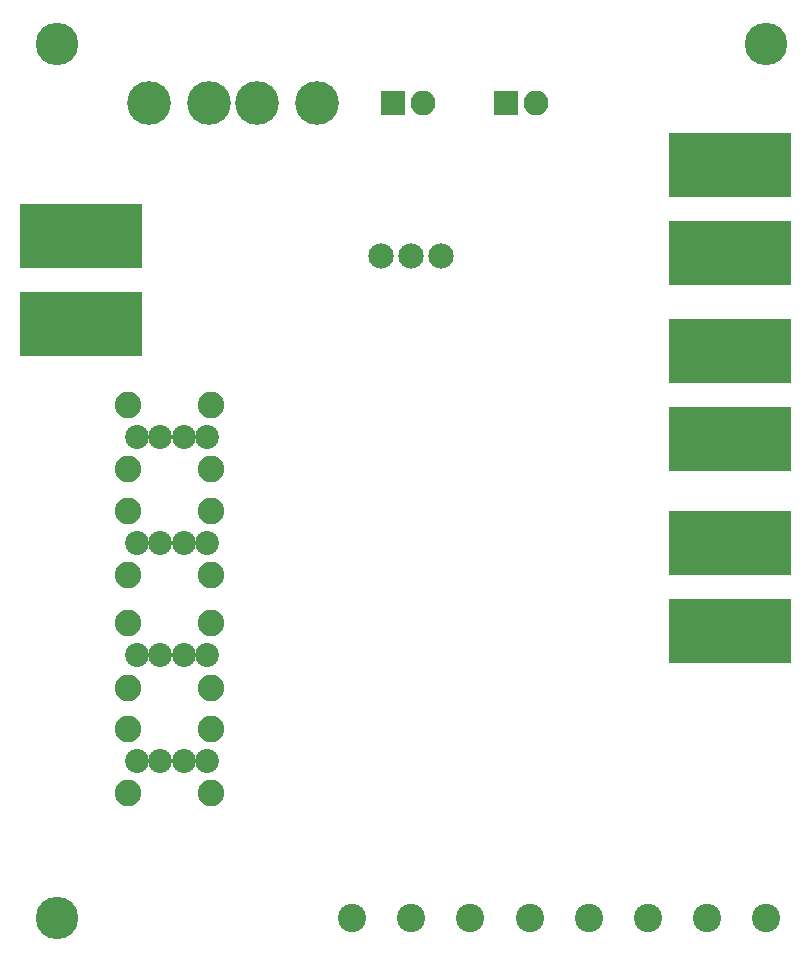
<source format=gbr>
G04 #@! TF.FileFunction,Soldermask,Top*
%FSLAX46Y46*%
G04 Gerber Fmt 4.6, Leading zero omitted, Abs format (unit mm)*
G04 Created by KiCad (PCBNEW 4.0.7) date 01/17/18 22:37:34*
%MOMM*%
%LPD*%
G01*
G04 APERTURE LIST*
%ADD10C,0.100000*%
%ADD11C,3.600000*%
%ADD12C,3.702000*%
%ADD13C,2.400000*%
%ADD14R,10.400000X5.400000*%
%ADD15C,2.020000*%
%ADD16C,2.250000*%
%ADD17R,2.100000X2.100000*%
%ADD18O,2.100000X2.100000*%
%ADD19C,2.150000*%
G04 APERTURE END LIST*
D10*
D11*
X132000000Y-70000000D03*
X132000000Y-144000000D03*
D12*
X139776000Y-75000000D03*
X144856000Y-75000000D03*
X148920000Y-75000000D03*
X154000000Y-75000000D03*
D13*
X192000000Y-144000000D03*
X187000000Y-144000000D03*
X182000000Y-144000000D03*
X177000000Y-144000000D03*
X172000000Y-144000000D03*
X167000000Y-144000000D03*
X162000000Y-144000000D03*
X157000000Y-144000000D03*
D14*
X134000000Y-86250000D03*
X134000000Y-93750000D03*
X189000000Y-80250000D03*
X189000000Y-87750000D03*
D15*
X138730000Y-130720000D03*
X140730000Y-130720000D03*
X142730000Y-130720000D03*
D16*
X138000000Y-128000000D03*
D15*
X144730000Y-130720000D03*
D16*
X145000000Y-128000000D03*
X138000000Y-133440000D03*
X145000000Y-133440000D03*
D15*
X138730000Y-121780000D03*
X140730000Y-121780000D03*
X142730000Y-121780000D03*
D16*
X138000000Y-119060000D03*
D15*
X144730000Y-121780000D03*
D16*
X145000000Y-119060000D03*
X138000000Y-124500000D03*
X145000000Y-124500000D03*
D17*
X170000000Y-75000000D03*
D18*
X172540000Y-75000000D03*
D17*
X160460000Y-75000000D03*
D18*
X163000000Y-75000000D03*
D14*
X189000000Y-96000000D03*
X189000000Y-103500000D03*
X189000000Y-112250000D03*
X189000000Y-119750000D03*
D15*
X138730000Y-112280000D03*
X140730000Y-112280000D03*
X142730000Y-112280000D03*
D16*
X138000000Y-109560000D03*
D15*
X144730000Y-112280000D03*
D16*
X145000000Y-109560000D03*
X138000000Y-115000000D03*
X145000000Y-115000000D03*
D15*
X138730000Y-103280000D03*
X140730000Y-103280000D03*
X142730000Y-103280000D03*
D16*
X138000000Y-100560000D03*
D15*
X144730000Y-103280000D03*
D16*
X145000000Y-100560000D03*
X138000000Y-106000000D03*
X145000000Y-106000000D03*
D19*
X159460000Y-88000000D03*
X162000000Y-88000000D03*
X164540000Y-88000000D03*
D11*
X192000000Y-70000000D03*
M02*

</source>
